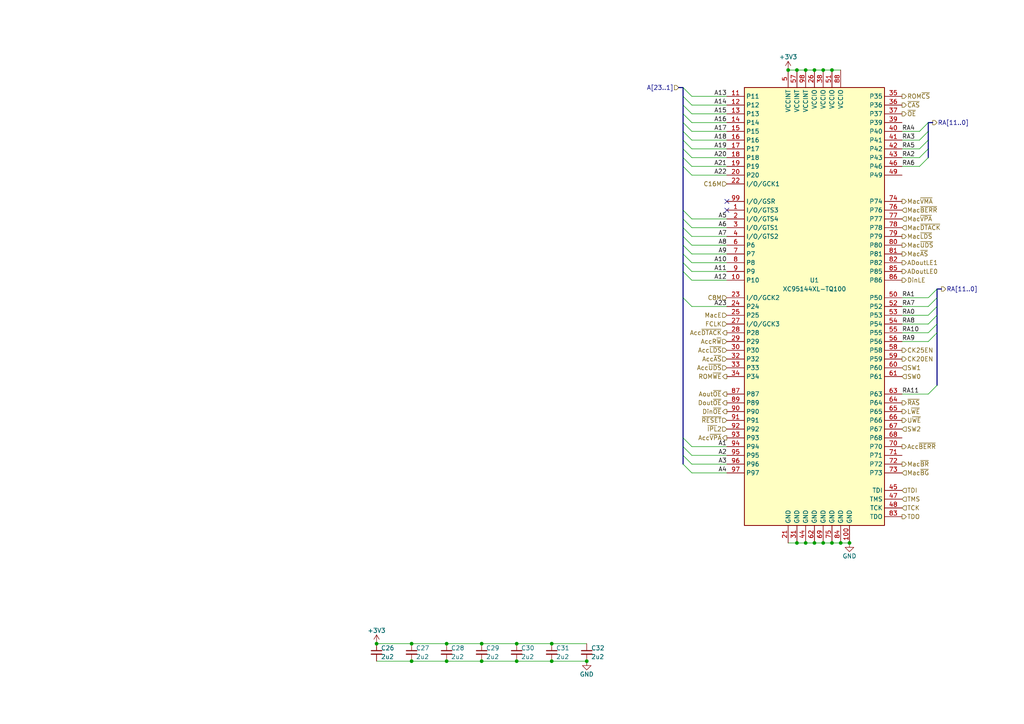
<source format=kicad_sch>
(kicad_sch (version 20211123) (generator eeschema)
  (paper "A4")
  (lib_symbols
    (symbol "CPLD_Xilinx:XC95144XL-TQ100"
      (property "Reference" "U" (at -20.32 64.77 0))
      (property "Value" "XC95144XL-TQ100" (at -20.32 -64.77 0))
      (symbol "XC95144XL-TQ100_1_1"
        (rectangle (start -20.32 63.5) (end 20.32 -63.5) (stroke (width 0.254)) (fill (type background)))
        (pin bidirectional line (at -25.4 27.94 0) (length 5.08) (name "I/O/GTS3") (number "1"))
        (pin bidirectional line (at -25.4 7.62 0) (length 5.08) (name "P10") (number "10"))
        (pin power_in line (at 10.16 -68.58 90) (length 5.08) (name "GND") (number "100"))
        (pin bidirectional line (at -25.4 60.96 0) (length 5.08) (name "P11") (number "11"))
        (pin bidirectional line (at -25.4 58.42 0) (length 5.08) (name "P12") (number "12"))
        (pin bidirectional line (at -25.4 55.88 0) (length 5.08) (name "P13") (number "13"))
        (pin bidirectional line (at -25.4 53.34 0) (length 5.08) (name "P14") (number "14"))
        (pin bidirectional line (at -25.4 50.8 0) (length 5.08) (name "P15") (number "15"))
        (pin bidirectional line (at -25.4 48.26 0) (length 5.08) (name "P16") (number "16"))
        (pin bidirectional line (at -25.4 45.72 0) (length 5.08) (name "P17") (number "17"))
        (pin bidirectional line (at -25.4 43.18 0) (length 5.08) (name "P18") (number "18"))
        (pin bidirectional line (at -25.4 40.64 0) (length 5.08) (name "P19") (number "19"))
        (pin bidirectional line (at -25.4 25.4 0) (length 5.08) (name "I/O/GTS4") (number "2"))
        (pin bidirectional line (at -25.4 38.1 0) (length 5.08) (name "P20") (number "20"))
        (pin power_in line (at -7.62 -68.58 90) (length 5.08) (name "GND") (number "21"))
        (pin bidirectional line (at -25.4 35.56 0) (length 5.08) (name "I/O/GCK1") (number "22"))
        (pin bidirectional line (at -25.4 2.54 0) (length 5.08) (name "I/O/GCK2") (number "23"))
        (pin bidirectional line (at -25.4 0 0) (length 5.08) (name "P24") (number "24"))
        (pin bidirectional line (at -25.4 -2.54 0) (length 5.08) (name "P25") (number "25"))
        (pin power_in line (at 0 68.58 270) (length 5.08) (name "VCCIO") (number "26"))
        (pin bidirectional line (at -25.4 -5.08 0) (length 5.08) (name "I/O/GCK3") (number "27"))
        (pin bidirectional line (at -25.4 -7.62 0) (length 5.08) (name "P28") (number "28"))
        (pin bidirectional line (at -25.4 -10.16 0) (length 5.08) (name "P29") (number "29"))
        (pin bidirectional line (at -25.4 22.86 0) (length 5.08) (name "I/O/GTS1") (number "3"))
        (pin bidirectional line (at -25.4 -12.7 0) (length 5.08) (name "P30") (number "30"))
        (pin power_in line (at -5.08 -68.58 90) (length 5.08) (name "GND") (number "31"))
        (pin bidirectional line (at -25.4 -15.24 0) (length 5.08) (name "P32") (number "32"))
        (pin bidirectional line (at -25.4 -17.78 0) (length 5.08) (name "P33") (number "33"))
        (pin bidirectional line (at -25.4 -20.32 0) (length 5.08) (name "P34") (number "34"))
        (pin bidirectional line (at 25.4 60.96 180) (length 5.08) (name "P35") (number "35"))
        (pin bidirectional line (at 25.4 58.42 180) (length 5.08) (name "P36") (number "36"))
        (pin bidirectional line (at 25.4 55.88 180) (length 5.08) (name "P37") (number "37"))
        (pin power_in line (at 2.54 68.58 270) (length 5.08) (name "VCCIO") (number "38"))
        (pin bidirectional line (at 25.4 53.34 180) (length 5.08) (name "P39") (number "39"))
        (pin bidirectional line (at -25.4 20.32 0) (length 5.08) (name "I/O/GTS2") (number "4"))
        (pin bidirectional line (at 25.4 50.8 180) (length 5.08) (name "P40") (number "40"))
        (pin bidirectional line (at 25.4 48.26 180) (length 5.08) (name "P41") (number "41"))
        (pin bidirectional line (at 25.4 45.72 180) (length 5.08) (name "P42") (number "42"))
        (pin bidirectional line (at 25.4 43.18 180) (length 5.08) (name "P43") (number "43"))
        (pin power_in line (at -2.54 -68.58 90) (length 5.08) (name "GND") (number "44"))
        (pin input line (at 25.4 -53.34 180) (length 5.08) (name "TDI") (number "45"))
        (pin bidirectional line (at 25.4 40.64 180) (length 5.08) (name "P46") (number "46"))
        (pin input line (at 25.4 -55.88 180) (length 5.08) (name "TMS") (number "47"))
        (pin input line (at 25.4 -58.42 180) (length 5.08) (name "TCK") (number "48"))
        (pin bidirectional line (at 25.4 38.1 180) (length 5.08) (name "P49") (number "49"))
        (pin power_in line (at -7.62 68.58 270) (length 5.08) (name "VCCINT") (number "5"))
        (pin bidirectional line (at 25.4 2.54 180) (length 5.08) (name "P50") (number "50"))
        (pin power_in line (at 5.08 68.58 270) (length 5.08) (name "VCCIO") (number "51"))
        (pin bidirectional line (at 25.4 0 180) (length 5.08) (name "P52") (number "52"))
        (pin bidirectional line (at 25.4 -2.54 180) (length 5.08) (name "P53") (number "53"))
        (pin bidirectional line (at 25.4 -5.08 180) (length 5.08) (name "P54") (number "54"))
        (pin bidirectional line (at 25.4 -7.62 180) (length 5.08) (name "P55") (number "55"))
        (pin bidirectional line (at 25.4 -10.16 180) (length 5.08) (name "P56") (number "56"))
        (pin power_in line (at -5.08 68.58 270) (length 5.08) (name "VCCINT") (number "57"))
        (pin bidirectional line (at 25.4 -12.7 180) (length 5.08) (name "P58") (number "58"))
        (pin bidirectional line (at 25.4 -15.24 180) (length 5.08) (name "P59") (number "59"))
        (pin bidirectional line (at -25.4 17.78 0) (length 5.08) (name "P6") (number "6"))
        (pin bidirectional line (at 25.4 -17.78 180) (length 5.08) (name "P60") (number "60"))
        (pin bidirectional line (at 25.4 -20.32 180) (length 5.08) (name "P61") (number "61"))
        (pin power_in line (at 0 -68.58 90) (length 5.08) (name "GND") (number "62"))
        (pin bidirectional line (at 25.4 -25.4 180) (length 5.08) (name "P63") (number "63"))
        (pin bidirectional line (at 25.4 -27.94 180) (length 5.08) (name "P64") (number "64"))
        (pin bidirectional line (at 25.4 -30.48 180) (length 5.08) (name "P65") (number "65"))
        (pin bidirectional line (at 25.4 -33.02 180) (length 5.08) (name "P66") (number "66"))
        (pin bidirectional line (at 25.4 -35.56 180) (length 5.08) (name "P67") (number "67"))
        (pin bidirectional line (at 25.4 -38.1 180) (length 5.08) (name "P68") (number "68"))
        (pin power_in line (at 2.54 -68.58 90) (length 5.08) (name "GND") (number "69"))
        (pin bidirectional line (at -25.4 15.24 0) (length 5.08) (name "P7") (number "7"))
        (pin bidirectional line (at 25.4 -40.64 180) (length 5.08) (name "P70") (number "70"))
        (pin bidirectional line (at 25.4 -43.18 180) (length 5.08) (name "P71") (number "71"))
        (pin bidirectional line (at 25.4 -45.72 180) (length 5.08) (name "P72") (number "72"))
        (pin bidirectional line (at 25.4 -48.26 180) (length 5.08) (name "P73") (number "73"))
        (pin bidirectional line (at 25.4 30.48 180) (length 5.08) (name "P74") (number "74"))
        (pin power_in line (at 5.08 -68.58 90) (length 5.08) (name "GND") (number "75"))
        (pin bidirectional line (at 25.4 27.94 180) (length 5.08) (name "P76") (number "76"))
        (pin bidirectional line (at 25.4 25.4 180) (length 5.08) (name "P77") (number "77"))
        (pin bidirectional line (at 25.4 22.86 180) (length 5.08) (name "P78") (number "78"))
        (pin bidirectional line (at 25.4 20.32 180) (length 5.08) (name "P79") (number "79"))
        (pin bidirectional line (at -25.4 12.7 0) (length 5.08) (name "P8") (number "8"))
        (pin bidirectional line (at 25.4 17.78 180) (length 5.08) (name "P80") (number "80"))
        (pin bidirectional line (at 25.4 15.24 180) (length 5.08) (name "P81") (number "81"))
        (pin bidirectional line (at 25.4 12.7 180) (length 5.08) (name "P82") (number "82"))
        (pin output line (at 25.4 -60.96 180) (length 5.08) (name "TDO") (number "83"))
        (pin power_in line (at 7.62 -68.58 90) (length 5.08) (name "GND") (number "84"))
        (pin bidirectional line (at 25.4 10.16 180) (length 5.08) (name "P85") (number "85"))
        (pin bidirectional line (at 25.4 7.62 180) (length 5.08) (name "P86") (number "86"))
        (pin bidirectional line (at -25.4 -25.4 0) (length 5.08) (name "P87") (number "87"))
        (pin power_in line (at 7.62 68.58 270) (length 5.08) (name "VCCIO") (number "88"))
        (pin bidirectional line (at -25.4 -27.94 0) (length 5.08) (name "P89") (number "89"))
        (pin bidirectional line (at -25.4 10.16 0) (length 5.08) (name "P9") (number "9"))
        (pin bidirectional line (at -25.4 -30.48 0) (length 5.08) (name "P90") (number "90"))
        (pin bidirectional line (at -25.4 -33.02 0) (length 5.08) (name "P91") (number "91"))
        (pin bidirectional line (at -25.4 -35.56 0) (length 5.08) (name "P92") (number "92"))
        (pin bidirectional line (at -25.4 -38.1 0) (length 5.08) (name "P93") (number "93"))
        (pin bidirectional line (at -25.4 -40.64 0) (length 5.08) (name "P94") (number "94"))
        (pin bidirectional line (at -25.4 -43.18 0) (length 5.08) (name "P95") (number "95"))
        (pin bidirectional line (at -25.4 -45.72 0) (length 5.08) (name "P96") (number "96"))
        (pin bidirectional line (at -25.4 -48.26 0) (length 5.08) (name "P97") (number "97"))
        (pin power_in line (at -2.54 68.58 270) (length 5.08) (name "VCCINT") (number "98"))
        (pin bidirectional line (at -25.4 30.48 0) (length 5.08) (name "I/O/GSR") (number "99"))
      )
    )
    (symbol "Device:C_Small" (pin_numbers hide) (pin_names (offset 0.254) hide)
      (property "Reference" "C" (at 0.254 1.778 0))
      (property "Value" "C_Small" (at 0.254 -2.032 0))
      (symbol "C_Small_0_1"
        (polyline (pts (xy -1.524 -0.508) (xy 1.524 -0.508)) (stroke (width 0.3302)))
        (polyline (pts (xy -1.524 0.508) (xy 1.524 0.508)) (stroke (width 0.3048)))
      )
      (symbol "C_Small_1_1"
        (pin passive line (at 0 2.54 270) (length 2.032) (name "~") (number "1"))
        (pin passive line (at 0 -2.54 90) (length 2.032) (name "~") (number "2"))
      )
    )
    (symbol "power:+3V3" (power) (pin_names (offset 0))
      (property "Value" "+3V3" (at 0 3.556 0))
      (symbol "+3V3_0_1"
        (polyline (pts (xy -0.762 1.27) (xy 0 2.54)))
        (polyline (pts (xy 0 0) (xy 0 2.54)))
        (polyline (pts (xy 0 2.54) (xy 0.762 1.27)))
      )
      (symbol "+3V3_1_1"
        (pin power_in line (at 0 0 90) (length 0) hide (name "+3V3") (number "1"))
      )
    )
    (symbol "power:GND" (power) (pin_names (offset 0))
      (property "Value" "GND" (at 0 -3.81 0))
      (symbol "GND_0_1"
        (polyline (pts (xy 0 0) (xy 0 -1.27) (xy 1.27 -1.27) (xy 0 -2.54) (xy -1.27 -1.27) (xy 0 -1.27)))
      )
      (symbol "GND_1_1"
        (pin power_in line (at 0 0 270) (length 0) hide (name "GND") (number "1"))
      )
    )
  )
  (junction (at 119.38 191.77))
  (junction (at 243.84 157.48))
  (junction (at 129.54 191.77))
  (junction (at 231.14 157.48))
  (junction (at 228.6 20.32))
  (junction (at 139.7 191.77))
  (junction (at 139.7 186.69))
  (junction (at 238.76 157.48))
  (junction (at 233.68 157.48))
  (junction (at 119.38 186.69))
  (junction (at 236.22 20.32))
  (junction (at 160.02 186.69))
  (junction (at 233.68 20.32))
  (junction (at 109.22 186.69))
  (junction (at 246.38 157.48))
  (junction (at 238.76 20.32))
  (junction (at 231.14 20.32))
  (junction (at 149.86 191.77))
  (junction (at 241.3 157.48))
  (junction (at 149.86 186.69))
  (junction (at 236.22 157.48))
  (junction (at 170.18 191.77))
  (junction (at 160.02 191.77))
  (junction (at 129.54 186.69))
  (junction (at 241.3 20.32))
  (no_connect (at 210.82 60.96))
  (no_connect (at 210.82 58.42))
  (bus_entry (at -29.21 107.95) (size 2.54 -2.54))
  (bus_entry (at -107.95 109.22) (size -2.54 2.54))
  (bus_entry (at -29.21 97.79) (size 2.54 -2.54))
  (bus_entry (at -29.21 102.87) (size 2.54 -2.54))
  (bus_entry (at 198.12 63.5) (size 2.54 2.54))
  (bus_entry (at 198.12 129.54) (size 2.54 2.54))
  (bus_entry (at 198.12 71.12) (size 2.54 2.54))
  (bus_entry (at -107.95 101.6) (size -2.54 2.54))
  (bus_entry (at -107.95 96.52) (size -2.54 2.54))
  (bus_entry (at 198.12 27.94) (size 2.54 2.54))
  (bus_entry (at -29.21 95.25) (size 2.54 -2.54))
  (bus_entry (at -107.95 93.98) (size -2.54 2.54))
  (bus_entry (at -107.95 45.72) (size -2.54 2.54))
  (bus_entry (at -29.21 100.33) (size 2.54 -2.54))
  (bus_entry (at -107.95 76.2) (size -2.54 2.54))
  (bus_entry (at 198.12 35.56) (size 2.54 2.54))
  (bus_entry (at -107.95 81.28) (size -2.54 2.54))
  (bus_entry (at -29.21 80.01) (size 2.54 -2.54))
  (bus_entry (at -29.21 49.53) (size 2.54 -2.54))
  (bus_entry (at 271.78 93.98) (size -2.54 2.54))
  (bus_entry (at 269.24 43.18) (size -2.54 2.54))
  (bus_entry (at 198.12 25.4) (size 2.54 2.54))
  (bus_entry (at -107.95 111.76) (size -2.54 2.54))
  (bus_entry (at 198.12 30.48) (size 2.54 2.54))
  (bus_entry (at -107.95 20.32) (size -2.54 2.54))
  (bus_entry (at 198.12 45.72) (size 2.54 2.54))
  (bus_entry (at 271.78 96.52) (size -2.54 2.54))
  (bus_entry (at 198.12 48.26) (size 2.54 2.54))
  (bus_entry (at -29.21 59.69) (size 2.54 -2.54))
  (bus_entry (at 269.24 45.72) (size -2.54 2.54))
  (bus_entry (at -29.21 87.63) (size 2.54 -2.54))
  (bus_entry (at 271.78 88.9) (size -2.54 2.54))
  (bus_entry (at 198.12 73.66) (size 2.54 2.54))
  (bus_entry (at 271.78 83.82) (size -2.54 2.54))
  (bus_entry (at -107.95 83.82) (size -2.54 2.54))
  (bus_entry (at -29.21 82.55) (size 2.54 -2.54))
  (bus_entry (at -29.21 123.19) (size 2.54 -2.54))
  (bus_entry (at -107.95 73.66) (size -2.54 2.54))
  (bus_entry (at 269.24 38.1) (size -2.54 2.54))
  (bus_entry (at -29.21 69.85) (size 2.54 -2.54))
  (bus_entry (at 269.24 35.56) (size -2.54 2.54))
  (bus_entry (at 198.12 86.36) (size 2.54 2.54))
  (bus_entry (at -107.95 25.4) (size -2.54 2.54))
  (bus_entry (at -107.95 88.9) (size -2.54 2.54))
  (bus_entry (at -107.95 121.92) (size -2.54 2.54))
  (bus_entry (at -107.95 106.68) (size -2.54 2.54))
  (bus_entry (at -29.21 105.41) (size 2.54 -2.54))
  (bus_entry (at -29.21 85.09) (size 2.54 -2.54))
  (bus_entry (at -29.21 67.31) (size 2.54 -2.54))
  (bus_entry (at -29.21 54.61) (size 2.54 -2.54))
  (bus_entry (at -107.95 71.12) (size -2.54 2.54))
  (bus_entry (at 198.12 127) (size 2.54 2.54))
  (bus_entry (at -29.21 74.93) (size 2.54 -2.54))
  (bus_entry (at -107.95 22.86) (size -2.54 2.54))
  (bus_entry (at -29.21 36.83) (size 2.54 -2.54))
  (bus_entry (at -29.21 92.71) (size 2.54 -2.54))
  (bus_entry (at -29.21 113.03) (size 2.54 -2.54))
  (bus_entry (at 198.12 78.74) (size 2.54 2.54))
  (bus_entry (at -29.21 39.37) (size 2.54 -2.54))
  (bus_entry (at -107.95 91.44) (size -2.54 2.54))
  (bus_entry (at 198.12 76.2) (size 2.54 2.54))
  (bus_entry (at -29.21 72.39) (size 2.54 -2.54))
  (bus_entry (at -29.21 125.73) (size 2.54 -2.54))
  (bus_entry (at -29.21 110.49) (size 2.54 -2.54))
  (bus_entry (at -107.95 114.3) (size -2.54 2.54))
  (bus_entry (at 198.12 68.58) (size 2.54 2.54))
  (bus_entry (at 198.12 33.02) (size 2.54 2.54))
  (bus_entry (at -107.95 78.74) (size -2.54 2.54))
  (bus_entry (at -29.21 77.47) (size 2.54 -2.54))
  (bus_entry (at 198.12 40.64) (size 2.54 2.54))
  (bus_entry (at -107.95 104.14) (size -2.54 2.54))
  (bus_entry (at -107.95 86.36) (size -2.54 2.54))
  (bus_entry (at 269.24 40.64) (size -2.54 2.54))
  (bus_entry (at -107.95 116.84) (size -2.54 2.54))
  (bus_entry (at -107.95 124.46) (size -2.54 2.54))
  (bus_entry (at 198.12 132.08) (size 2.54 2.54))
  (bus_entry (at 198.12 38.1) (size 2.54 2.54))
  (bus_entry (at -29.21 64.77) (size 2.54 -2.54))
  (bus_entry (at -29.21 118.11) (size 2.54 -2.54))
  (bus_entry (at -29.21 57.15) (size 2.54 -2.54))
  (bus_entry (at 271.78 91.44) (size -2.54 2.54))
  (bus_entry (at -107.95 48.26) (size -2.54 2.54))
  (bus_entry (at -29.21 120.65) (size 2.54 -2.54))
  (bus_entry (at -29.21 128.27) (size 2.54 -2.54))
  (bus_entry (at 198.12 134.62) (size 2.54 2.54))
  (bus_entry (at 198.12 60.96) (size 2.54 2.54))
  (bus_entry (at -107.95 119.38) (size -2.54 2.54))
  (bus_entry (at 271.78 111.76) (size -2.54 2.54))
  (bus_entry (at 271.78 86.36) (size -2.54 2.54))
  (bus_entry (at -29.21 115.57) (size 2.54 -2.54))
  (bus_entry (at 198.12 66.04) (size 2.54 2.54))
  (bus_entry (at -107.95 68.58) (size -2.54 2.54))
  (bus_entry (at -29.21 90.17) (size 2.54 -2.54))
  (bus_entry (at -107.95 99.06) (size -2.54 2.54))
  (bus_entry (at -29.21 62.23) (size 2.54 -2.54))
  (bus_entry (at -29.21 52.07) (size 2.54 -2.54))
  (bus_entry (at 198.12 43.18) (size 2.54 2.54))
  (wire (pts (xy 261.62 93.98) (xy 269.24 93.98)))
  (wire (pts (xy -102.87 111.76) (xy -107.95 111.76)))
  (wire (pts (xy 261.62 43.18) (xy 266.7 43.18)))
  (wire (pts (xy 233.68 20.32) (xy 236.22 20.32)))
  (wire (pts (xy -34.29 64.77) (xy -29.21 64.77)))
  (bus (pts (xy -26.67 34.29) (xy -24.13 34.29)))
  (bus (pts (xy 198.12 127) (xy 198.12 129.54)))
  (bus (pts (xy -110.49 101.6) (xy -110.49 104.14)))
  (wire (pts (xy -34.29 128.27) (xy -29.21 128.27)))
  (bus (pts (xy 198.12 27.94) (xy 198.12 30.48)))
  (bus (pts (xy 198.12 38.1) (xy 198.12 40.64)))
  (bus (pts (xy -110.49 91.44) (xy -110.49 93.98)))
  (wire (pts (xy 210.82 33.02) (xy 200.66 33.02)))
  (wire (pts (xy -102.87 91.44) (xy -107.95 91.44)))
  (wire (pts (xy 210.82 35.56) (xy 200.66 35.56)))
  (wire (pts (xy 236.22 20.32) (xy 238.76 20.32)))
  (bus (pts (xy -26.67 107.95) (xy -26.67 105.41)))
  (wire (pts (xy -34.29 125.73) (xy -29.21 125.73)))
  (wire (pts (xy 210.82 45.72) (xy 200.66 45.72)))
  (bus (pts (xy 198.12 73.66) (xy 198.12 76.2)))
  (bus (pts (xy -110.49 76.2) (xy -110.49 78.74)))
  (bus (pts (xy -110.49 99.06) (xy -110.49 101.6)))
  (wire (pts (xy 109.22 186.69) (xy 119.38 186.69)))
  (bus (pts (xy 271.78 96.52) (xy 271.78 111.76)))
  (wire (pts (xy 210.82 50.8) (xy 200.66 50.8)))
  (bus (pts (xy -110.49 50.8) (xy -110.49 71.12)))
  (wire (pts (xy -34.29 85.09) (xy -29.21 85.09)))
  (bus (pts (xy -110.49 81.28) (xy -110.49 83.82)))
  (bus (pts (xy -26.67 46.99) (xy -26.67 49.53)))
  (wire (pts (xy -34.29 95.25) (xy -29.21 95.25)))
  (wire (pts (xy 210.82 81.28) (xy 200.66 81.28)))
  (wire (pts (xy -102.87 78.74) (xy -107.95 78.74)))
  (wire (pts (xy -34.29 102.87) (xy -29.21 102.87)))
  (wire (pts (xy 210.82 76.2) (xy 200.66 76.2)))
  (wire (pts (xy -102.87 124.46) (xy -107.95 124.46)))
  (wire (pts (xy 119.38 186.69) (xy 129.54 186.69)))
  (bus (pts (xy 198.12 48.26) (xy 198.12 60.96)))
  (wire (pts (xy -102.87 121.92) (xy -107.95 121.92)))
  (bus (pts (xy 198.12 25.4) (xy 196.85 25.4)))
  (wire (pts (xy -34.29 97.79) (xy -29.21 97.79)))
  (bus (pts (xy 198.12 71.12) (xy 198.12 73.66)))
  (wire (pts (xy 210.82 30.48) (xy 200.66 30.48)))
  (wire (pts (xy -34.29 67.31) (xy -29.21 67.31)))
  (bus (pts (xy -26.67 62.23) (xy -26.67 64.77)))
  (bus (pts (xy -110.49 86.36) (xy -110.49 88.9)))
  (wire (pts (xy 210.82 48.26) (xy 200.66 48.26)))
  (wire (pts (xy -102.87 99.06) (xy -107.95 99.06)))
  (bus (pts (xy -110.49 109.22) (xy -110.49 111.76)))
  (bus (pts (xy 271.78 83.82) (xy 271.78 86.36)))
  (bus (pts (xy -110.49 116.84) (xy -110.49 119.38)))
  (wire (pts (xy 160.02 186.69) (xy 170.18 186.69)))
  (bus (pts (xy -113.03 22.86) (xy -110.49 22.86)))
  (bus (pts (xy 198.12 45.72) (xy 198.12 48.26)))
  (wire (pts (xy -34.29 87.63) (xy -29.21 87.63)))
  (bus (pts (xy 198.12 40.64) (xy 198.12 43.18)))
  (wire (pts (xy 210.82 78.74) (xy 200.66 78.74)))
  (bus (pts (xy -26.67 97.79) (xy -26.67 95.25)))
  (wire (pts (xy -34.29 36.83) (xy -29.21 36.83)))
  (wire (pts (xy 261.62 38.1) (xy 266.7 38.1)))
  (bus (pts (xy 269.24 35.56) (xy 269.24 38.1)))
  (wire (pts (xy 200.66 137.16) (xy 210.82 137.16)))
  (wire (pts (xy -34.29 49.53) (xy -29.21 49.53)))
  (wire (pts (xy -102.87 20.32) (xy -107.95 20.32)))
  (bus (pts (xy 269.24 40.64) (xy 269.24 43.18)))
  (wire (pts (xy -34.29 62.23) (xy -29.21 62.23)))
  (bus (pts (xy 198.12 25.4) (xy 198.12 27.94)))
  (wire (pts (xy 139.7 191.77) (xy 149.86 191.77)))
  (wire (pts (xy -102.87 101.6) (xy -107.95 101.6)))
  (wire (pts (xy -34.29 80.01) (xy -29.21 80.01)))
  (bus (pts (xy 271.78 86.36) (xy 271.78 88.9)))
  (wire (pts (xy -102.87 81.28) (xy -107.95 81.28)))
  (wire (pts (xy 210.82 38.1) (xy 200.66 38.1)))
  (wire (pts (xy -34.29 59.69) (xy -29.21 59.69)))
  (wire (pts (xy -34.29 113.03) (xy -29.21 113.03)))
  (bus (pts (xy -110.49 22.86) (xy -110.49 25.4)))
  (wire (pts (xy 269.24 96.52) (xy 261.62 96.52)))
  (bus (pts (xy 198.12 43.18) (xy 198.12 45.72)))
  (bus (pts (xy -110.49 78.74) (xy -110.49 81.28)))
  (bus (pts (xy 198.12 33.02) (xy 198.12 35.56)))
  (bus (pts (xy 269.24 38.1) (xy 269.24 40.64)))
  (wire (pts (xy -102.87 83.82) (xy -107.95 83.82)))
  (wire (pts (xy 210.82 40.64) (xy 200.66 40.64)))
  (bus (pts (xy -26.67 46.99) (xy -24.13 46.99)))
  (wire (pts (xy 238.76 157.48) (xy 236.22 157.48)))
  (bus (pts (xy -26.67 92.71) (xy -26.67 90.17)))
  (wire (pts (xy -34.29 123.19) (xy -29.21 123.19)))
  (bus (pts (xy 198.12 60.96) (xy 198.12 63.5)))
  (wire (pts (xy 210.82 66.04) (xy 200.66 66.04)))
  (bus (pts (xy -26.67 123.19) (xy -26.67 120.65)))
  (bus (pts (xy -26.67 54.61) (xy -26.67 57.15)))
  (bus (pts (xy -110.49 114.3) (xy -110.49 116.84)))
  (wire (pts (xy 261.62 88.9) (xy 269.24 88.9)))
  (bus (pts (xy -26.67 64.77) (xy -26.67 67.31)))
  (wire (pts (xy 261.62 99.06) (xy 269.24 99.06)))
  (bus (pts (xy -110.49 121.92) (xy -110.49 124.46)))
  (wire (pts (xy -34.29 54.61) (xy -29.21 54.61)))
  (wire (pts (xy -34.29 105.41) (xy -29.21 105.41)))
  (wire (pts (xy -102.87 22.86) (xy -107.95 22.86)))
  (wire (pts (xy 129.54 186.69) (xy 139.7 186.69)))
  (wire (pts (xy 261.62 45.72) (xy 266.7 45.72)))
  (wire (pts (xy 160.02 191.77) (xy 170.18 191.77)))
  (wire (pts (xy -102.87 86.36) (xy -107.95 86.36)))
  (wire (pts (xy 210.82 68.58) (xy 200.66 68.58)))
  (wire (pts (xy -34.29 107.95) (xy -29.21 107.95)))
  (wire (pts (xy 139.7 186.69) (xy 149.86 186.69)))
  (wire (pts (xy 261.62 40.64) (xy 266.7 40.64)))
  (bus (pts (xy -26.67 100.33) (xy -26.67 97.79)))
  (wire (pts (xy -102.87 71.12) (xy -107.95 71.12)))
  (bus (pts (xy -110.49 119.38) (xy -110.49 121.92)))
  (bus (pts (xy 198.12 63.5) (xy 198.12 66.04)))
  (wire (pts (xy -102.87 68.58) (xy -107.95 68.58)))
  (wire (pts (xy -34.29 120.65) (xy -29.21 120.65)))
  (bus (pts (xy 198.12 68.58) (xy 198.12 71.12)))
  (wire (pts (xy 149.86 186.69) (xy 160.02 186.69)))
  (wire (pts (xy -34.29 92.71) (xy -29.21 92.71)))
  (wire (pts (xy 261.62 48.26) (xy 266.7 48.26)))
  (wire (pts (xy 149.86 191.77) (xy 160.02 191.77)))
  (bus (pts (xy -26.67 105.41) (xy -26.67 102.87)))
  (bus (pts (xy -26.67 49.53) (xy -26.67 52.07)))
  (bus (pts (xy -26.67 59.69) (xy -26.67 62.23)))
  (bus (pts (xy -26.67 110.49) (xy -26.67 107.95)))
  (bus (pts (xy -26.67 57.15) (xy -26.67 59.69)))
  (bus (pts (xy -26.67 77.47) (xy -26.67 80.01)))
  (bus (pts (xy -110.49 48.26) (xy -110.49 50.8)))
  (bus (pts (xy -26.67 69.85) (xy -26.67 72.39)))
  (bus (pts (xy -26.67 82.55) (xy -26.67 85.09)))
  (bus (pts (xy -110.49 27.94) (xy -110.49 25.4)))
  (bus (pts (xy 198.12 132.08) (xy 198.12 134.62)))
  (wire (pts (xy -102.87 106.68) (xy -107.95 106.68)))
  (bus (pts (xy 198.12 78.74) (xy 198.12 86.36)))
  (bus (pts (xy 198.12 35.56) (xy 198.12 38.1)))
  (wire (pts (xy 236.22 157.48) (xy 233.68 157.48)))
  (wire (pts (xy 243.84 157.48) (xy 241.3 157.48)))
  (wire (pts (xy 210.82 43.18) (xy 200.66 43.18)))
  (wire (pts (xy 200.66 129.54) (xy 210.82 129.54)))
  (wire (pts (xy 119.38 191.77) (xy 129.54 191.77)))
  (wire (pts (xy 210.82 71.12) (xy 200.66 71.12)))
  (wire (pts (xy -102.87 119.38) (xy -107.95 119.38)))
  (bus (pts (xy -26.67 115.57) (xy -26.67 113.03)))
  (wire (pts (xy -34.29 39.37) (xy -29.21 39.37)))
  (bus (pts (xy -110.49 83.82) (xy -110.49 86.36)))
  (wire (pts (xy 109.22 191.77) (xy 119.38 191.77)))
  (bus (pts (xy -26.67 67.31) (xy -26.67 69.85)))
  (bus (pts (xy -26.67 95.25) (xy -26.67 92.71)))
  (wire (pts (xy -34.29 100.33) (xy -29.21 100.33)))
  (bus (pts (xy -26.67 118.11) (xy -26.67 115.57)))
  (bus (pts (xy -111.76 48.26) (xy -110.49 48.26)))
  (wire (pts (xy 261.62 86.36) (xy 269.24 86.36)))
  (bus (pts (xy 269.24 43.18) (xy 269.24 45.72)))
  (bus (pts (xy 271.78 88.9) (xy 271.78 91.44)))
  (bus (pts (xy -110.49 111.76) (xy -110.49 114.3)))
  (bus (pts (xy -110.49 106.68) (xy -110.49 109.22)))
  (wire (pts (xy -102.87 96.52) (xy -107.95 96.52)))
  (bus (pts (xy 198.12 129.54) (xy 198.12 132.08)))
  (bus (pts (xy 198.12 86.36) (xy 198.12 127)))
  (wire (pts (xy -102.87 76.2) (xy -107.95 76.2)))
  (wire (pts (xy 210.82 63.5) (xy 200.66 63.5)))
  (wire (pts (xy 200.66 132.08) (xy 210.82 132.08)))
  (wire (pts (xy -102.87 116.84) (xy -107.95 116.84)))
  (bus (pts (xy -26.67 34.29) (xy -26.67 36.83)))
  (bus (pts (xy -26.67 74.93) (xy -26.67 77.47)))
  (bus (pts (xy -26.67 72.39) (xy -26.67 74.93)))
  (wire (pts (xy -34.29 69.85) (xy -29.21 69.85)))
  (wire (pts (xy -102.87 109.22) (xy -107.95 109.22)))
  (wire (pts (xy 200.66 134.62) (xy 210.82 134.62)))
  (wire (pts (xy -34.29 90.17) (xy -29.21 90.17)))
  (wire (pts (xy 269.24 91.44) (xy 261.62 91.44)))
  (wire (pts (xy -102.87 104.14) (xy -107.95 104.14)))
  (wire (pts (xy 210.82 27.94) (xy 200.66 27.94)))
  (wire (pts (xy 233.68 157.48) (xy 231.14 157.48)))
  (bus (pts (xy -26.67 90.17) (xy -26.67 87.63)))
  (wire (pts (xy 241.3 157.48) (xy 238.76 157.48)))
  (bus (pts (xy -26.67 125.73) (xy -26.67 123.19)))
  (bus (pts (xy -26.67 102.87) (xy -26.67 100.33)))
  (bus (pts (xy 198.12 76.2) (xy 198.12 78.74)))
  (bus (pts (xy -110.49 93.98) (xy -110.49 96.52)))
  (bus (pts (xy 198.12 30.48) (xy 198.12 33.02)))
  (wire (pts (xy 261.62 114.3) (xy 269.24 114.3)))
  (wire (pts (xy -102.87 93.98) (xy -107.95 93.98)))
  (wire (pts (xy -34.29 118.11) (xy -29.21 118.11)))
  (bus (pts (xy -110.49 96.52) (xy -110.49 99.06)))
  (bus (pts (xy -26.67 120.65) (xy -26.67 118.11)))
  (wire (pts (xy -102.87 48.26) (xy -107.95 48.26)))
  (bus (pts (xy 269.24 35.56) (xy 270.51 35.56)))
  (wire (pts (xy -34.29 52.07) (xy -29.21 52.07)))
  (bus (pts (xy 271.78 91.44) (xy 271.78 93.98)))
  (wire (pts (xy -34.29 74.93) (xy -29.21 74.93)))
  (wire (pts (xy 238.76 20.32) (xy 241.3 20.32)))
  (wire (pts (xy -102.87 88.9) (xy -107.95 88.9)))
  (wire (pts (xy 210.82 88.9) (xy 200.66 88.9)))
  (bus (pts (xy -110.49 104.14) (xy -110.49 106.68)))
  (wire (pts (xy 241.3 20.32) (xy 243.84 20.32)))
  (wire (pts (xy -34.29 110.49) (xy -29.21 110.49)))
  (wire (pts (xy 228.6 20.32) (xy 231.14 20.32)))
  (wire (pts (xy 231.14 157.48) (xy 228.6 157.48)))
  (wire (pts (xy -102.87 45.72) (xy -107.95 45.72)))
  (bus (pts (xy -110.49 124.46) (xy -110.49 127)))
  (bus (pts (xy -110.49 88.9) (xy -110.49 91.44)))
  (wire (pts (xy -34.29 57.15) (xy -29.21 57.15)))
  (wire (pts (xy -102.87 114.3) (xy -107.95 114.3)))
  (wire (pts (xy -34.29 72.39) (xy -29.21 72.39)))
  (wire (pts (xy -34.29 115.57) (xy -29.21 115.57)))
  (wire (pts (xy -34.29 82.55) (xy -29.21 82.55)))
  (bus (pts (xy -26.67 85.09) (xy -26.67 87.63)))
  (bus (pts (xy -26.67 80.01) (xy -26.67 82.55)))
  (bus (pts (xy -110.49 73.66) (xy -110.49 76.2)))
  (wire (pts (xy 246.38 157.48) (xy 243.84 157.48)))
  (wire (pts (xy 129.54 191.77) (xy 139.7 191.77)))
  (wire (pts (xy 210.82 73.66) (xy 200.66 73.66)))
  (bus (pts (xy 271.78 83.82) (xy 273.05 83.82)))
  (bus (pts (xy -26.67 113.03) (xy -26.67 110.49)))
  (wire (pts (xy -34.29 77.47) (xy -29.21 77.47)))
  (bus (pts (xy 271.78 93.98) (xy 271.78 96.52)))
  (bus (pts (xy 198.12 66.04) (xy 198.12 68.58)))
  (wire (pts (xy 231.14 20.32) (xy 233.68 20.32)))
  (wire (pts (xy -102.87 25.4) (xy -107.95 25.4)))
  (bus (pts (xy -110.49 71.12) (xy -110.49 73.66)))
  (wire (pts (xy -102.87 73.66) (xy -107.95 73.66)))
  (bus (pts (xy -26.67 52.07) (xy -26.67 54.61)))
  (label "A11" (at -102.87 101.6 180))
  (label "D1" (at -34.29 125.73 0))
  (label "RA11" (at 261.62 114.3 0))
  (label "D5" (at -34.29 115.57 0))
  (label "A5" (at -102.87 116.84 180))
  (label "A8" (at 210.82 71.12 180))
  (label "A23" (at 210.82 88.9 180))
  (label "A5" (at 210.82 63.5 180))
  (label "D11" (at -34.29 100.33 0))
  (label "A14" (at -102.87 93.98 180))
  (label "RA2" (at 261.62 45.72 0))
  (label "A15" (at 210.82 33.02 180))
  (label "RA10" (at 261.62 96.52 0))
  (label "A21" (at -102.87 76.2 180))
  (label "RA1" (at 261.62 86.36 0))
  (label "A6" (at -102.87 114.3 180))
  (label "A0" (at -102.87 45.72 180))
  (label "A17" (at 210.82 38.1 180))
  (label "A4" (at -102.87 119.38 180))
  (label "A10" (at -102.87 104.14 180))
  (label "D15" (at -34.29 90.17 0))
  (label "RA4" (at 261.62 38.1 0))
  (label "A9" (at -102.87 106.68 180))
  (label "A16" (at 210.82 35.56 180))
  (label "A7" (at 210.82 68.58 180))
  (label "A10" (at 210.82 76.2 180))
  (label "A9" (at 210.82 73.66 180))
  (label "D2" (at -34.29 123.19 0))
  (label "A21" (at 210.82 48.26 180))
  (label "FC2" (at -102.87 20.32 180))
  (label "D6" (at -34.29 113.03 0))
  (label "RA3" (at 261.62 40.64 0))
  (label "A22" (at -102.87 73.66 180))
  (label "A20" (at 210.82 45.72 180))
  (label "A3" (at 210.82 134.62 180))
  (label "A19" (at -102.87 81.28 180))
  (label "A2" (at -102.87 124.46 180))
  (label "FC0" (at -102.87 25.4 180))
  (label "A13" (at 210.82 27.94 180))
  (label "A17" (at -102.87 86.36 180))
  (label "A22" (at 210.82 50.8 180))
  (label "A18" (at -102.87 83.82 180))
  (label "RA6" (at 261.62 48.26 0))
  (label "A14" (at 210.82 30.48 180))
  (label "RA7" (at 261.62 88.9 0))
  (label "A11" (at 210.82 78.74 180))
  (label "A24" (at -102.87 68.58 180))
  (label "A13" (at -102.87 96.52 180))
  (label "A7" (at -102.87 111.76 180))
  (label "A18" (at 210.82 40.64 180))
  (label "A20" (at -102.87 78.74 180))
  (label "D0" (at -34.29 128.27 0))
  (label "D10" (at -34.29 102.87 0))
  (label "A6" (at 210.82 66.04 180))
  (label "A15" (at -102.87 91.44 180))
  (label "A23" (at -102.87 71.12 180))
  (label "D9" (at -34.29 105.41 0))
  (label "RA0" (at 261.62 91.44 0))
  (label "RA8" (at 261.62 93.98 0))
  (label "RA9" (at 261.62 99.06 0))
  (label "A12" (at -102.87 99.06 180))
  (label "FC1" (at -103.0245 22.86 180))
  (label "D12" (at -34.29 97.79 0))
  (label "A1" (at 210.82 129.54 180))
  (label "D14" (at -34.29 92.71 0))
  (label "A4" (at 210.82 137.16 180))
  (label "A2" (at 210.82 132.08 180))
  (label "A12" (at 210.82 81.28 180))
  (label "D7" (at -34.29 110.49 0))
  (label "A1" (at -102.87 48.26 180))
  (label "A3" (at -102.87 121.92 180))
  (label "A19" (at 210.82 43.18 180))
  (label "D13" (at -34.29 95.25 0))
  (label "RA5" (at 261.62 43.18 0))
  (label "A8" (at -102.87 109.22 180))
  (label "D4" (at -34.29 118.11 0))
  (label "D3" (at -34.29 120.65 0))
  (label "A16" (at -102.87 88.9 180))
  (label "D8" (at -34.29 107.95 0))
  (hierarchical_label "A[23..1]" (shape input) (at 196.85 25.4 180))
  (hierarchical_label "Dout~{OE}" (shape output) (at 210.82 116.84 180))
  (hierarchical_label "AccR~{W}" (shape input) (at 210.82 99.06 180))
  (hierarchical_label "TCK" (shape input) (at 261.62 147.32 0))
  (hierarchical_label "~{RESET}" (shape input) (at -102.87 132.08 180))
  (hierarchical_label "ROM~{WE}" (shape output) (at 210.82 109.22 180))
  (hierarchical_label "~{RAS}" (shape output) (at 261.62 116.84 0))
  (hierarchical_label "SW1" (shape input) (at 261.62 106.68 0))
  (hierarchical_label "Mac~{BG}" (shape input) (at 261.62 137.16 0))
  (hierarchical_label "Acc~{UDS}" (shape input) (at 210.82 106.68 180))
  (hierarchical_label "FFC[2..0]" (shape output) (at -113.03 22.86 180))
  (hierarchical_label "~{IPL}1" (shape input) (at -102.87 139.7 180))
  (hierarchical_label "Din~{OE}" (shape output) (at 210.82 119.38 180))
  (hierarchical_label "F~{STERM}" (shape output) (at -34.29 13.97 0))
  (hierarchical_label "L~{WE}" (shape output) (at 261.62 119.38 0))
  (hierarchical_label "TDO" (shape output) (at 261.62 149.86 0))
  (hierarchical_label "Mac~{DTACK}" (shape input) (at 261.62 66.04 0))
  (hierarchical_label "TDI" (shape input) (at 261.62 142.24 0))
  (hierarchical_label "Mac~{VMA}" (shape output) (at 261.62 58.42 0))
  (hierarchical_label "~{OE}" (shape output) (at 261.62 33.02 0))
  (hierarchical_label "F~{CIIN}" (shape output) (at -34.29 31.75 0))
  (hierarchical_label "ADoutLE1" (shape output) (at 261.62 76.2 0))
  (hierarchical_label "Mac~{UDS}" (shape output) (at 261.62 71.12 0))
  (hierarchical_label "F~{DSACK0}" (shape input) (at -102.87 12.7 180))
  (hierarchical_label "~{IPL}2" (shape input) (at -102.87 142.24 180))
  (hierarchical_label "ADoutLE0" (shape output) (at 261.62 78.74 0))
  (hierarchical_label "Acc~{AS}" (shape input) (at 210.82 104.14 180))
  (hierarchical_label "Acc~{VPA}" (shape output) (at 210.82 127 180))
  (hierarchical_label "DinLE" (shape output) (at 261.62 81.28 0))
  (hierarchical_label "C8M" (shape input) (at 210.82 86.36 180))
  (hierarchical_label "CK25EN" (shape output) (at 261.62 101.6 0))
  (hierarchical_label "F~{CIOUT}" (shape input) (at -102.87 33.02 180))
  (hierarchical_label "ROM~{CS}" (shape output) (at 261.62 27.94 0))
  (hierarchical_label "TMS" (shape input) (at 261.62 144.78 0))
  (hierarchical_label "F~{CBREQ}" (shape input) (at -34.29 24.13 0))
  (hierarchical_label "~{IPL}2" (shape input) (at 210.82 124.46 180))
  (hierarchical_label "D[31..0]" (shape output) (at -24.13 46.99 0))
  (hierarchical_label "FA31" (shape input) (at -102.87 50.8 180))
  (hierarchical_label "Mac~{BERR}" (shape input) (at 261.62 60.96 0))
  (hierarchical_label "Acc~{LDS}" (shape input) (at 210.82 101.6 180))
  (hierarchical_label "Acc~{DTACK}" (shape output) (at 210.82 96.52 180))
  (hierarchical_label "R~{W}" (shape output) (at -34.29 44.45 0))
  (hierarchical_label "CK20EN" (shape output) (at 261.62 104.14 0))
  (hierarchical_label "C16M" (shape input) (at 210.82 53.34 180))
  (hierarchical_label "FCLK" (shape input) (at 210.82 93.98 180))
  (hierarchical_label "Mac~{VPA}" (shape input) (at 261.62 63.5 0))
  (hierarchical_label "FA[24..0]" (shape output) (at -111.76 48.26 180))
  (hierarchical_label "MacE" (shape input) (at 210.82 91.44 180))
  (hierarchical_label "SIZ[1..0]" (shape output) (at -24.13 34.29 0))
  (hierarchical_label "F~{AS}" (shape input) (at -34.29 26.67 0))
  (hierarchical_label "F~{BERR}" (shape output) (at -34.29 16.51 0))
  (hierarchical_label "F~{DSACK1}" (shape input) (at -34.29 11.43 0))
  (hierarchical_label "Mac~{BR}" (shape output) (at 261.62 134.62 0))
  (hierarchical_label "Mac~{AS}" (shape output) (at 261.62 73.66 0))
  (hierarchical_label "~{CAS}" (shape output) (at 261.62 30.48 0))
  (hierarchical_label "Aout~{OE}" (shape output) (at 210.82 114.3 180))
  (hierarchical_label "F~{CBACK}" (shape output) (at -34.29 21.59 0))
  (hierarchical_label "RA[11..0]" (shape output) (at 270.51 35.56 0))
  (hierarchical_label "SW2" (shape input) (at 261.62 124.46 0))
  (hierarchical_label "~{IPL}0" (shape input) (at -102.87 137.16 180))
  (hierarchical_label "Acc~{BERR}" (shape output) (at 261.62 129.54 0))
  (hierarchical_label "~{RESET}" (shape input) (at 210.82 121.92 180))
  (hierarchical_label "U~{WE}" (shape output) (at 261.62 121.92 0))
  (hierarchical_label "~{RESET}" (shape input) (at -34.29 19.05 0))
  (hierarchical_label "SW0" (shape input) (at 261.62 109.22 0))
  (hierarchical_label "RA[11..0]" (shape output) (at 273.05 83.82 0))
  (hierarchical_label "Mac~{LDS}" (shape output) (at 261.62 68.58 0))
  (hierarchical_label "MCLK" (shape input) (at -102.87 15.24 180))
  (symbol (lib_id "Device:C_Small") (at 119.38 189.23 0) (unit 1)
    (property "Reference" "C27" (at 120.65 187.96 0) (effects (justify left)))
    (property "Value" "2u2" (at 120.65 190.5 0) (effects (justify left)))
    (property "Footprint" "stdpads:C_0603" (effects hide))
    (property "LCSC Part" "C23630" (effects hide))
  )
  (symbol (lib_id "Device:C_Small") (at 129.54 189.23 0) (unit 1)
    (property "Reference" "C28" (at 130.81 187.96 0) (effects (justify left)))
    (property "Value" "2u2" (at 130.81 190.5 0) (effects (justify left)))
    (property "Footprint" "stdpads:C_0603" (effects hide))
    (property "LCSC Part" "C23630" (effects hide))
  )
  (symbol (lib_id "Device:C_Small") (at 139.7 189.23 0) (unit 1)
    (property "Reference" "C29" (at 140.97 187.96 0) (effects (justify left)))
    (property "Value" "2u2" (at 140.97 190.5 0) (effects (justify left)))
    (property "Footprint" "stdpads:C_0603" (effects hide))
    (property "LCSC Part" "C23630" (effects hide))
  )
  (symbol (lib_id "power:+3V3") (at 109.22 186.69 0) (unit 1)
    (property "Reference" "#PWR0158" (effects hide))
    (property "Value" "+3V3" (at 109.22 182.88 0))
  )
  (symbol (lib_id "Device:C_Small") (at 109.22 189.23 0) (unit 1)
    (property "Reference" "C26" (at 110.49 187.96 0) (effects (justify left)))
    (property "Value" "2u2" (at 110.49 190.5 0) (effects (justify left)))
    (property "Footprint" "stdpads:C_0603" (effects hide))
    (property "LCSC Part" "C23630" (effects hide))
  )
  (symbol (lib_id "Device:C_Small") (at 160.02 189.23 0) (unit 1)
    (property "Reference" "C31" (at 161.29 187.96 0) (effects (justify left)))
    (property "Value" "2u2" (at 161.29 190.5 0) (effects (justify left)))
    (property "Footprint" "stdpads:C_0603" (effects hide))
    (property "LCSC Part" "C23630" (effects hide))
  )
  (symbol (lib_id "Device:C_Small") (at 149.86 189.23 0) (unit 1)
    (property "Reference" "C30" (at 151.13 187.96 0) (effects (justify left)))
    (property "Value" "2u2" (at 151.13 190.5 0) (effects (justify left)))
    (property "Footprint" "stdpads:C_0603" (effects hide))
    (property "LCSC Part" "C23630" (effects hide))
  )
  (symbol (lib_id "power:GND") (at 170.18 191.77 0) (mirror y) (unit 1)
    (property "Reference" "#PWR0159" (effects hide))
    (property "Value" "GND" (at 170.18 195.58 0))
  )
  (symbol (lib_id "Device:C_Small") (at 170.18 189.23 0) (unit 1)
    (property "Reference" "C32" (at 171.45 187.96 0) (effects (justify left)))
    (property "Value" "2u2" (at 171.45 190.5 0) (effects (justify left)))
    (property "Footprint" "stdpads:C_0603" (effects hide))
    (property "LCSC Part" "C23630" (effects hide))
  )
  (symbol (lib_id "power:+3V3") (at 228.6 20.32 0) (unit 1)
    (property "Reference" "#PWR0160" (effects hide))
    (property "Value" "+3V3" (at 228.6 16.51 0))
  )
  (symbol (lib_id "power:GND") (at 246.38 157.48 0) (unit 1)
    (property "Reference" "#PWR0161" (effects hide))
    (property "Value" "GND" (at 246.38 161.29 0))
  )
  (symbol (lib_id "CPLD_Xilinx:XC95144XL-TQ100") (at 236.22 88.9 0) (unit 1)
    (property "Reference" "U1" (at 236.22 81.28 0))
    (property "Value" "XC95144XL-TQ100" (at 236.22 83.82 0))
    (property "Footprint" "stdpads:TQFP-100_14x14mm_P0.5mm" (effects hide))
    (property "Datasheet" "https://www.xilinx.com/support/documentation/data_sheets/ds056.pdf" (effects hide))
    (property "LCSC Part" "C45126" (effects hide))
  )
)
</source>
